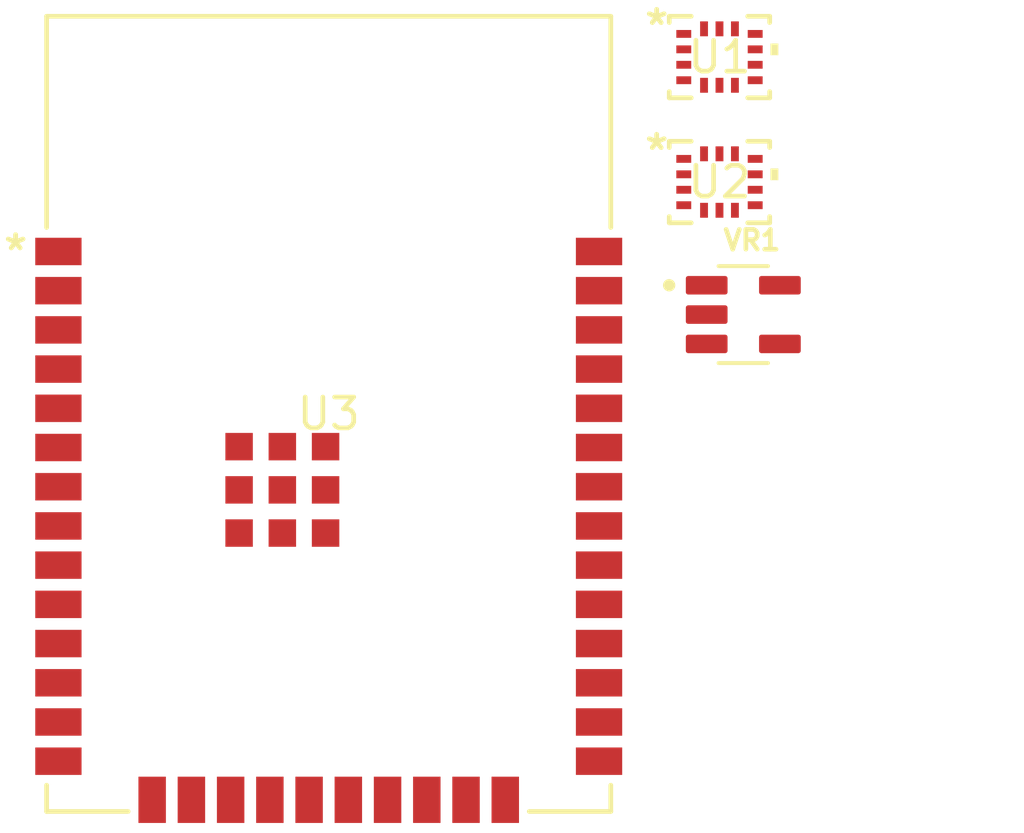
<source format=kicad_pcb>
(kicad_pcb (version 20241229) (generator "pcbnew") (generator_version "9.0")
  (layers (0 "F.Cu" signal) (2 "B.Cu" signal) (13 "F.Paste" user) (15 "B.Paste" user) (5 "F.SilkS" user "F.Silkscreen") (7 "B.SilkS" user "B.Silkscreen") (1 "F.Mask" user) (3 "B.Mask" user) (25 "Edge.Cuts" user))
  (net 0 "")
  (net 1 "Net-(M1-+)")
  (net 2 "/VCC")
  (net 3 "/BAT")
  (net 4 "GND")
  (net 5 "+1V0")
  (net 6 "Net-(M1--)")
  (net 7 "Net-(U1-IN2)")
  (net 8 "Net-(U1-IN1)")
  (net 9 "Net-(U2-SDX)")
  (net 12 "Net-(U2-INT1)")
  (net 14 "Net-(U2-INT2)")
  (net 15 "Net-(U2-SCX)")
  (net 33 "Net-(U3-3V3)")
  (footprint "AP7366_33W5_7:SOT95P285X140-5N" (layer "F.Cu") (at 161.6699 93.03434)
    (property "Reference" "VR1" (at 0.282 -2.4064 0) (layer "F.SilkS") (effects (font (size 0.64 0.64))))
    (property "Value" "AP7366-33W5-7")
    (fp_line (start -0.8 -1.57) (end 0.8 -1.57) (stroke (width 0.127)) (layer "F.SilkS"))
    (fp_line (start 0.8 1.57) (end -0.8 1.57) (stroke (width 0.127)) (layer "F.SilkS"))
    (fp_circle (center -2.4 -0.95) (end -2.3 -0.95) (stroke (width 0.2)) (fill no) (layer "F.SilkS"))
    (pad "1" smd roundrect (at -1.185 -0.95) (size 1.35 0.6) (layers "F.Cu" "F.Mask" "F.Paste") (roundrect_rratio 0.125) (net 3 "/BAT"))
    (pad "2" smd roundrect (at -1.185 0) (size 1.35 0.6) (layers "F.Cu" "F.Mask" "F.Paste") (roundrect_rratio 0.125) (net 4 "GND"))
    (pad "3" smd roundrect (at -1.185 0.95) (size 1.35 0.6) (layers "F.Cu" "F.Mask" "F.Paste") (roundrect_rratio 0.125) (net 3 "/BAT"))
    (pad "4" smd roundrect (at 1.185 0.95) (size 1.35 0.6) (layers "F.Cu" "F.Mask" "F.Paste") (roundrect_rratio 0.125))
    (pad "5" smd roundrect (at 1.185 -0.95) (size 1.35 0.6) (layers "F.Cu" "F.Mask" "F.Paste") (roundrect_rratio 0.125) (net 33 "Net-(U3-3V3)"))
  )
  (footprint "Bosch_IMU_footprints:BMI323_BOS" (layer "F.Cu") (at 160.8987 88.74134)
    (property "Reference" "U2" (at 0 0 0) (layer "F.SilkS"))
    (property "Value" "BMI323")
    (fp_line (start -1.6256 -1.3208) (end -1.6256 -1.118782) (stroke (width 0.1524)) (layer "F.SilkS"))
    (fp_line (start -1.6256 1.118782) (end -1.6256 1.3208) (stroke (width 0.1524)) (layer "F.SilkS"))
    (fp_line (start -1.6256 1.3208) (end -0.91589 1.3208) (stroke (width 0.1524)) (layer "F.SilkS"))
    (fp_line (start -0.91589 -1.3208) (end -1.6256 -1.3208) (stroke (width 0.1524)) (layer "F.SilkS"))
    (fp_line (start 0.91589 1.3208) (end 1.6256 1.3208) (stroke (width 0.1524)) (layer "F.SilkS"))
    (fp_line (start 1.6256 -1.3208) (end 0.91589 -1.3208) (stroke (width 0.1524)) (layer "F.SilkS"))
    (fp_line (start 1.6256 -1.118782) (end 1.6256 -1.3208) (stroke (width 0.1524)) (layer "F.SilkS"))
    (fp_line (start 1.6256 1.3208) (end 1.6256 1.118782) (stroke (width 0.1524)) (layer "F.SilkS"))
    (fp_poly (pts (xy 1.905 -0.4405) (xy 1.905 -0.059499) (xy 1.651 -0.059499) (xy 1.651 -0.4405)) (fill yes) (layer "F.SilkS"))
    (fp_text user "*" (at -2.032 -1 0) (layer "F.SilkS"))
    (fp_text user "*" (at -2.032 -1 0) (layer "F.SilkS"))
    (pad "1" smd rect (at -1.1557 -0.750001 90) (size 0.254 0.4826) (layers "F.Cu" "F.Mask" "F.Paste") (net 4 "GND"))
    (pad "2" smd rect (at -1.1557 -0.25 90) (size 0.254 0.4826) (layers "F.Cu" "F.Mask" "F.Paste"))
    (pad "3" smd rect (at -1.1557 0.25 90) (size 0.254 0.4826) (layers "F.Cu" "F.Mask" "F.Paste"))
    (pad "4" smd rect (at -1.1557 0.750001 90) (size 0.254 0.4826) (layers "F.Cu" "F.Mask" "F.Paste") (net 12 "Net-(U2-INT1)"))
    (pad "5" smd rect (at -0.499999 0.9144) (size 0.254 0.4826) (layers "F.Cu" "F.Mask" "F.Paste") (net 2 "/VCC"))
    (pad "6" smd rect (at 0 0.9144) (size 0.254 0.4826) (layers "F.Cu" "F.Mask" "F.Paste") (net 4 "GND"))
    (pad "7" smd rect (at 0.499999 0.9144) (size 0.254 0.4826) (layers "F.Cu" "F.Mask" "F.Paste") (net 4 "GND"))
    (pad "8" smd rect (at 1.1557 0.750001 90) (size 0.254 0.4826) (layers "F.Cu" "F.Mask" "F.Paste") (net 2 "/VCC"))
    (pad "9" smd rect (at 1.1557 0.25 90) (size 0.254 0.4826) (layers "F.Cu" "F.Mask" "F.Paste") (net 14 "Net-(U2-INT2)"))
    (pad "10" smd rect (at 1.1557 -0.25 90) (size 0.254 0.4826) (layers "F.Cu" "F.Mask" "F.Paste"))
    (pad "11" smd rect (at 1.1557 -0.750001 90) (size 0.254 0.4826) (layers "F.Cu" "F.Mask" "F.Paste"))
    (pad "12" smd rect (at 0.499999 -0.9144) (size 0.254 0.4826) (layers "F.Cu" "F.Mask" "F.Paste") (net 2 "/VCC"))
    (pad "13" smd rect (at 0 -0.9144) (size 0.254 0.4826) (layers "F.Cu" "F.Mask" "F.Paste") (net 15 "Net-(U2-SCX)"))
    (pad "14" smd rect (at -0.499999 -0.9144) (size 0.254 0.4826) (layers "F.Cu" "F.Mask" "F.Paste") (net 9 "Net-(U2-SDX)"))
  )
  (footprint "DRV8210PDSGRfootprints:BMI323_BOS" (layer "F.Cu") (at 160.8987 84.69334)
    (property "Reference" "U1" (at 0 0 0) (layer "F.SilkS"))
    (property "Value" "DRV8210PDSGR")
    (fp_line (start -1.6256 -1.3208) (end -1.6256 -1.118782) (stroke (width 0.1524)) (layer "F.SilkS"))
    (fp_line (start -1.6256 1.118782) (end -1.6256 1.3208) (stroke (width 0.1524)) (layer "F.SilkS"))
    (fp_line (start -1.6256 1.3208) (end -0.91589 1.3208) (stroke (width 0.1524)) (layer "F.SilkS"))
    (fp_line (start -0.91589 -1.3208) (end -1.6256 -1.3208) (stroke (width 0.1524)) (layer "F.SilkS"))
    (fp_line (start 0.91589 1.3208) (end 1.6256 1.3208) (stroke (width 0.1524)) (layer "F.SilkS"))
    (fp_line (start 1.6256 -1.3208) (end 0.91589 -1.3208) (stroke (width 0.1524)) (layer "F.SilkS"))
    (fp_line (start 1.6256 -1.118782) (end 1.6256 -1.3208) (stroke (width 0.1524)) (layer "F.SilkS"))
    (fp_line (start 1.6256 1.3208) (end 1.6256 1.118782) (stroke (width 0.1524)) (layer "F.SilkS"))
    (fp_poly (pts (xy 1.905 -0.4405) (xy 1.905 -0.059499) (xy 1.651 -0.059499) (xy 1.651 -0.4405)) (fill yes) (layer "F.SilkS"))
    (fp_text user "*" (at -2.032 -1 0) (layer "F.SilkS"))
    (fp_text user "*" (at -2.032 -1 0) (layer "F.SilkS"))
    (pad "1" smd rect (at -1.1557 -0.750001 90) (size 0.254 0.4826) (layers "F.Cu" "F.Mask" "F.Paste") (net 3 "/BAT"))
    (pad "2" smd rect (at -1.1557 -0.25 90) (size 0.254 0.4826) (layers "F.Cu" "F.Mask" "F.Paste") (net 1 "Net-(M1-+)"))
    (pad "3" smd rect (at -1.1557 0.25 90) (size 0.254 0.4826) (layers "F.Cu" "F.Mask" "F.Paste") (net 6 "Net-(M1--)"))
    (pad "4" smd rect (at -1.1557 0.750001 90) (size 0.254 0.4826) (layers "F.Cu" "F.Mask" "F.Paste") (net 4 "GND"))
    (pad "5" smd rect (at -0.499999 0.9144) (size 0.254 0.4826) (layers "F.Cu" "F.Mask" "F.Paste") (net 7 "Net-(U1-IN2)"))
    (pad "6" smd rect (at 0 0.9144) (size 0.254 0.4826) (layers "F.Cu" "F.Mask" "F.Paste") (net 8 "Net-(U1-IN1)"))
    (pad "7" smd rect (at 0.499999 0.9144) (size 0.254 0.4826) (layers "F.Cu" "F.Mask" "F.Paste") (net 5 "+1V0"))
    (pad "8" smd rect (at 1.1557 0.750001 90) (size 0.254 0.4826) (layers "F.Cu" "F.Mask" "F.Paste") (net 2 "/VCC"))
    (pad "9" smd rect (at 1.1557 0.25 90) (size 0.254 0.4826) (layers "F.Cu" "F.Mask" "F.Paste") (net 4 "GND"))
    (pad "10" smd rect (at 1.1557 -0.25 90) (size 0.254 0.4826) (layers "F.Cu" "F.Mask" "F.Paste"))
    (pad "11" smd rect (at 1.1557 -0.750001 90) (size 0.254 0.4826) (layers "F.Cu" "F.Mask" "F.Paste"))
    (pad "12" smd rect (at 0.499999 -0.9144) (size 0.254 0.4826) (layers "F.Cu" "F.Mask" "F.Paste"))
    (pad "13" smd rect (at 0 -0.9144) (size 0.254 0.4826) (layers "F.Cu" "F.Mask" "F.Paste"))
    (pad "14" smd rect (at -0.499999 -0.9144) (size 0.254 0.4826) (layers "F.Cu" "F.Mask" "F.Paste"))
  )
  (footprint "ESP32footprints:ESP32­WROOM­32E_EXP" (layer "F.Cu") (at 148.2497 96.25034)
    (property "Reference" "U3" (at 0 0 0) (layer "F.SilkS"))
    (property "Value" "ESP32-WROOM-32E 4MB")
    (fp_line (start -9.1313 -12.8778) (end -9.1313 -6.03758) (stroke (width 0.1524)) (layer "F.SilkS"))
    (fp_line (start -9.1313 12.0269) (end -9.1313 12.8778) (stroke (width 0.1524)) (layer "F.SilkS"))
    (fp_line (start -9.1313 12.8778) (end -6.49224 12.8778) (stroke (width 0.1524)) (layer "F.SilkS"))
    (fp_line (start 6.49224 12.8778) (end 9.1313 12.8778) (stroke (width 0.1524)) (layer "F.SilkS"))
    (fp_line (start 9.1313 -12.8778) (end -9.1313 -12.8778) (stroke (width 0.1524)) (layer "F.SilkS"))
    (fp_line (start 9.1313 -6.03758) (end 9.1313 -12.8778) (stroke (width 0.1524)) (layer "F.SilkS"))
    (fp_line (start 9.1313 12.8778) (end 9.1313 12.0269) (stroke (width 0.1524)) (layer "F.SilkS"))
    (fp_text user "*" (at -10.1346 -5.26034 0) (layer "F.SilkS"))
    (fp_text user "*" (at -10.1346 -5.26034 0) (layer "F.SilkS"))
    (pad "1" smd rect (at -8.7503 -5.26034) (size 1.4986 0.889) (layers "F.Cu" "F.Mask" "F.Paste") (net 4 "GND"))
    (pad "2" smd rect (at -8.7503 -3.99034) (size 1.4986 0.889) (layers "F.Cu" "F.Mask" "F.Paste") (net 33 "Net-(U3-3V3)"))
    (pad "3" smd rect (at -8.7503 -2.72034) (size 1.4986 0.889) (layers "F.Cu" "F.Mask" "F.Paste") (net 33 "Net-(U3-3V3)"))
    (pad "4" smd rect (at -8.7503 -1.45034) (size 1.4986 0.889) (layers "F.Cu" "F.Mask" "F.Paste"))
    (pad "5" smd rect (at -8.7503 -0.18034) (size 1.4986 0.889) (layers "F.Cu" "F.Mask" "F.Paste"))
    (pad "6" smd rect (at -8.7503 1.08966) (size 1.4986 0.889) (layers "F.Cu" "F.Mask" "F.Paste"))
    (pad "7" smd rect (at -8.7503 2.35966) (size 1.4986 0.889) (layers "F.Cu" "F.Mask" "F.Paste"))
    (pad "8" smd rect (at -8.7503 3.62966) (size 1.4986 0.889) (layers "F.Cu" "F.Mask" "F.Paste"))
    (pad "9" smd rect (at -8.7503 4.89966) (size 1.4986 0.889) (layers "F.Cu" "F.Mask" "F.Paste"))
    (pad "10" smd rect (at -8.7503 6.16966) (size 1.4986 0.889) (layers "F.Cu" "F.Mask" "F.Paste"))
    (pad "11" smd rect (at -8.7503 7.43966) (size 1.4986 0.889) (layers "F.Cu" "F.Mask" "F.Paste"))
    (pad "12" smd rect (at -8.7503 8.70966) (size 1.4986 0.889) (layers "F.Cu" "F.Mask" "F.Paste"))
    (pad "13" smd rect (at -8.7503 9.97966) (size 1.4986 0.889) (layers "F.Cu" "F.Mask" "F.Paste"))
    (pad "14" smd rect (at -8.7503 11.24966) (size 1.4986 0.889) (layers "F.Cu" "F.Mask" "F.Paste"))
    (pad "15" smd rect (at -5.715 12.50061 90) (size 1.4986 0.889) (layers "F.Cu" "F.Mask" "F.Paste") (net 4 "GND"))
    (pad "16" smd rect (at -4.445 12.50061 90) (size 1.4986 0.889) (layers "F.Cu" "F.Mask" "F.Paste"))
    (pad "17" smd rect (at -3.175 12.50061 90) (size 1.4986 0.889) (layers "F.Cu" "F.Mask" "F.Paste"))
    (pad "18" smd rect (at -1.905 12.50061 90) (size 1.4986 0.889) (layers "F.Cu" "F.Mask" "F.Paste"))
    (pad "19" smd rect (at -0.635 12.50061 90) (size 1.4986 0.889) (layers "F.Cu" "F.Mask" "F.Paste"))
    (pad "20" smd rect (at 0.635 12.50061 90) (size 1.4986 0.889) (layers "F.Cu" "F.Mask" "F.Paste"))
    (pad "21" smd rect (at 1.905 12.50061 90) (size 1.4986 0.889) (layers "F.Cu" "F.Mask" "F.Paste"))
    (pad "22" smd rect (at 3.175 12.50061 90) (size 1.4986 0.889) (layers "F.Cu" "F.Mask" "F.Paste"))
    (pad "23" smd rect (at 4.445 12.50061 90) (size 1.4986 0.889) (layers "F.Cu" "F.Mask" "F.Paste"))
    (pad "24" smd rect (at 5.715 12.50061 90) (size 1.4986 0.889) (layers "F.Cu" "F.Mask" "F.Paste") (net 7 "Net-(U1-IN2)"))
    (pad "25" smd rect (at 8.7503 11.24966) (size 1.4986 0.889) (layers "F.Cu" "F.Mask" "F.Paste"))
    (pad "26" smd rect (at 8.7503 9.97966) (size 1.4986 0.889) (layers "F.Cu" "F.Mask" "F.Paste") (net 15 "Net-(U2-SCX)"))
    (pad "27" smd rect (at 8.7503 8.70966) (size 1.4986 0.889) (layers "F.Cu" "F.Mask" "F.Paste") (net 9 "Net-(U2-SDX)"))
    (pad "28" smd rect (at 8.7503 7.43966) (size 1.4986 0.889) (layers "F.Cu" "F.Mask" "F.Paste"))
    (pad "29" smd rect (at 8.7503 6.16966) (size 1.4986 0.889) (layers "F.Cu" "F.Mask" "F.Paste") (net 14 "Net-(U2-INT2)"))
    (pad "30" smd rect (at 8.7503 4.89966) (size 1.4986 0.889) (layers "F.Cu" "F.Mask" "F.Paste"))
    (pad "31" smd rect (at 8.7503 3.62966) (size 1.4986 0.889) (layers "F.Cu" "F.Mask" "F.Paste"))
    (pad "32" smd rect (at 8.7503 2.35966) (size 1.4986 0.889) (layers "F.Cu" "F.Mask" "F.Paste"))
    (pad "33" smd rect (at 8.7503 1.08966) (size 1.4986 0.889) (layers "F.Cu" "F.Mask" "F.Paste"))
    (pad "34" smd rect (at 8.7503 -0.18034) (size 1.4986 0.889) (layers "F.Cu" "F.Mask" "F.Paste") (net 12 "Net-(U2-INT1)"))
    (pad "35" smd rect (at 8.7503 -1.45034) (size 1.4986 0.889) (layers "F.Cu" "F.Mask" "F.Paste") (net 8 "Net-(U1-IN1)"))
    (pad "36" smd rect (at 8.7503 -2.72034) (size 1.4986 0.889) (layers "F.Cu" "F.Mask" "F.Paste"))
    (pad "37" smd rect (at 8.7503 -3.99034) (size 1.4986 0.889) (layers "F.Cu" "F.Mask" "F.Paste"))
    (pad "38" smd rect (at 8.7503 -5.26034) (size 1.4986 0.889) (layers "F.Cu" "F.Mask" "F.Paste") (net 4 "GND"))
    (pad "39" smd rect (at -1.50114 2.46126) (size 0.889 0.889) (layers "F.Cu" "F.Mask" "F.Paste") (net 4 "GND"))
    (pad "40" smd rect (at -2.90068 1.06172) (size 0.889 0.889) (layers "F.Cu" "F.Mask" "F.Paste") (net 4 "GND"))
    (pad "41" smd rect (at -2.90068 2.46126) (size 0.889 0.889) (layers "F.Cu" "F.Mask" "F.Paste") (net 4 "GND"))
    (pad "42" smd rect (at -2.90068 3.8608) (size 0.889 0.889) (layers "F.Cu" "F.Mask" "F.Paste") (net 4 "GND"))
    (pad "43" smd rect (at -1.50114 3.8608) (size 0.889 0.889) (layers "F.Cu" "F.Mask" "F.Paste") (net 4 "GND"))
    (pad "44" smd rect (at -0.1016 3.8608) (size 0.889 0.889) (layers "F.Cu" "F.Mask" "F.Paste") (net 4 "GND"))
    (pad "45" smd rect (at -0.1016 2.46126) (size 0.889 0.889) (layers "F.Cu" "F.Mask" "F.Paste") (net 4 "GND"))
    (pad "46" smd rect (at -0.1016 1.06172) (size 0.889 0.889) (layers "F.Cu" "F.Mask" "F.Paste") (net 4 "GND"))
    (pad "47" smd rect (at -1.50114 1.06172) (size 0.889 0.889) (layers "F.Cu" "F.Mask" "F.Paste") (net 4 "GND"))
  )
)
</source>
